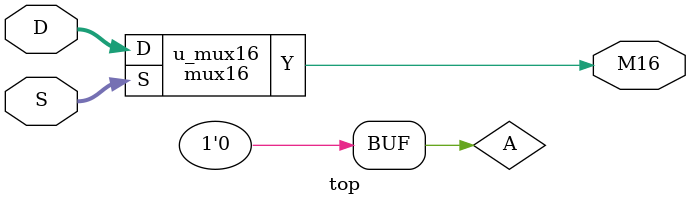
<source format=v>
module mux16 (D, S, Y);
 	input  [15:0] D;
 	input  [3:0] S;
 	output Y;
assign Y = D[S];
endmodule


module top (
input [3:0] S,
input [15:0] D,
output M16
);
reg A;

initial begin
    A = 0;
 end

mux16 u_mux16 (
        .S (S[3:0]),
        .D (D[15:0]),
        .Y (M16)
    );

endmodule

</source>
